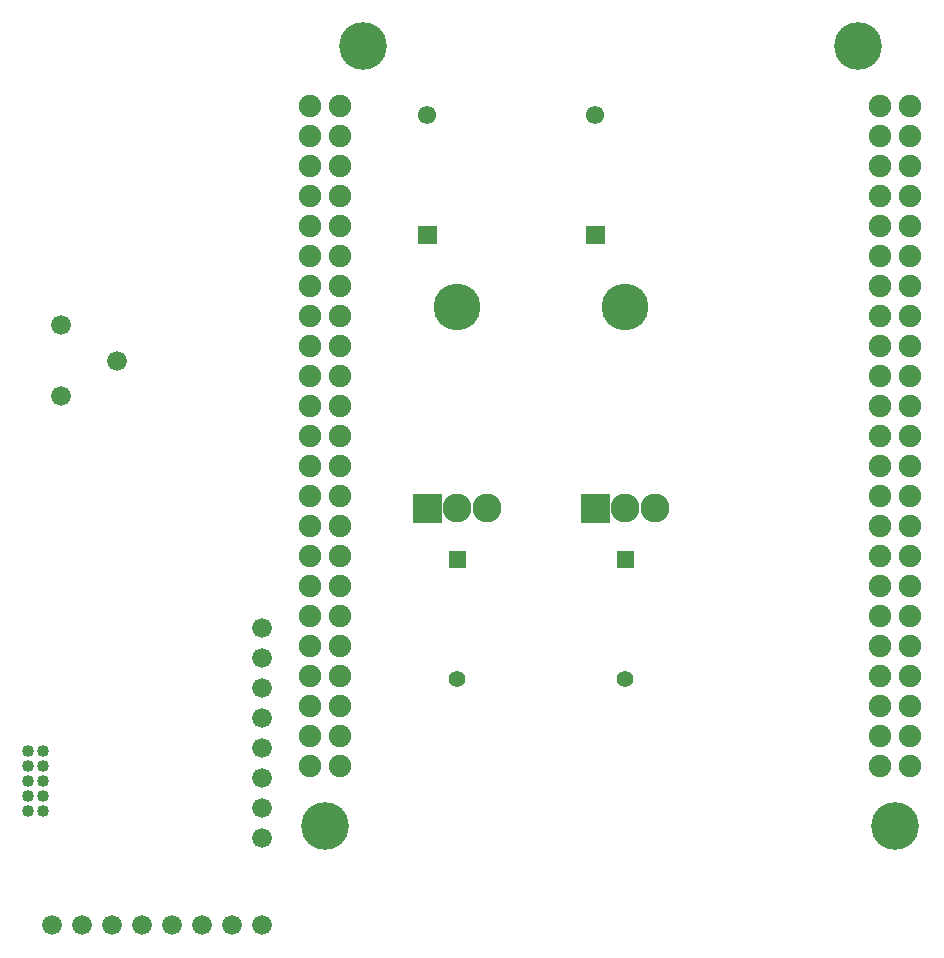
<source format=gbr>
G04 start of page 7 for group -4062 idx -4062 *
G04 Title: (unknown), soldermask *
G04 Creator: pcb 4.0.2 *
G04 CreationDate: Sun Aug  9 18:55:02 2020 UTC *
G04 For: kevin *
G04 Format: Gerber/RS-274X *
G04 PCB-Dimensions (mil): 3300.00 3550.00 *
G04 PCB-Coordinate-Origin: lower left *
%MOIN*%
%FSLAX25Y25*%
%LNBOTTOMMASK*%
%ADD66C,0.0400*%
%ADD65C,0.0960*%
%ADD64C,0.0660*%
%ADD63C,0.0560*%
%ADD62C,0.1590*%
%ADD61C,0.0750*%
%ADD60C,0.0610*%
%ADD59C,0.0001*%
%ADD58C,0.1560*%
G54D58*X218000Y231000D03*
X162000D03*
G54D59*G36*
X204950Y258050D02*Y251950D01*
X211050D01*
Y258050D01*
X204950D01*
G37*
G36*
X148950D02*Y251950D01*
X155050D01*
Y258050D01*
X148950D01*
G37*
G54D60*X152000Y295000D03*
G54D61*X123000Y298000D03*
X113000D03*
G54D62*X130500Y318000D03*
G54D61*X113000Y228000D03*
Y238000D03*
Y248000D03*
Y258000D03*
Y268000D03*
Y278000D03*
Y288000D03*
X123000Y228000D03*
Y238000D03*
Y248000D03*
Y258000D03*
Y268000D03*
Y278000D03*
Y288000D03*
G54D60*X208000Y295000D03*
G54D61*X303000Y298000D03*
X313000D03*
G54D62*X295500Y318000D03*
G54D61*X303000Y228000D03*
X313000D03*
X303000Y238000D03*
X313000D03*
X303000Y248000D03*
Y258000D03*
Y268000D03*
Y278000D03*
Y288000D03*
X313000D03*
Y278000D03*
Y268000D03*
Y258000D03*
Y248000D03*
X123000Y78000D03*
X313000D03*
X303000D03*
X313000Y88000D03*
G54D62*X308000Y58000D03*
G54D63*X162000Y107000D03*
G54D64*X97000Y54000D03*
Y64000D03*
Y74000D03*
Y84000D03*
Y94000D03*
Y104000D03*
Y114000D03*
Y124000D03*
G54D61*X113000Y78000D03*
Y88000D03*
X123000D03*
G54D62*X118000Y58000D03*
G54D61*X113000Y98000D03*
Y108000D03*
Y118000D03*
X123000Y98000D03*
G54D59*G36*
X147200Y168800D02*Y159200D01*
X156800D01*
Y168800D01*
X147200D01*
G37*
G54D65*X162000Y164000D03*
X172000D03*
G54D59*G36*
X159200Y149800D02*Y144200D01*
X164800D01*
Y149800D01*
X159200D01*
G37*
G54D61*X123000Y108000D03*
Y118000D03*
Y128000D03*
X113000D03*
Y138000D03*
Y148000D03*
X123000Y138000D03*
Y148000D03*
X313000Y158000D03*
Y148000D03*
Y138000D03*
Y128000D03*
Y118000D03*
Y98000D03*
Y108000D03*
G54D64*X67000Y25000D03*
X77000D03*
X57000D03*
X97000D03*
X87000D03*
X47000D03*
X37000D03*
X27000D03*
G54D66*X19000Y63000D03*
X24000D03*
X19000Y68000D03*
X24000D03*
X19000Y73000D03*
X24000D03*
X19000Y78000D03*
Y83000D03*
X24000D03*
Y78000D03*
G54D64*X48504Y213189D03*
X30000Y225000D03*
Y201378D03*
G54D59*G36*
X203200Y168800D02*Y159200D01*
X212800D01*
Y168800D01*
X203200D01*
G37*
G54D65*X218000Y164000D03*
X228000D03*
G54D59*G36*
X215200Y149800D02*Y144200D01*
X220800D01*
Y149800D01*
X215200D01*
G37*
G54D63*X218000Y107000D03*
G54D61*X113000Y158000D03*
X123000D03*
X113000Y168000D03*
X123000D03*
Y178000D03*
X113000D03*
Y188000D03*
Y198000D03*
Y208000D03*
Y218000D03*
X123000Y188000D03*
Y198000D03*
Y208000D03*
Y218000D03*
X303000Y88000D03*
Y98000D03*
Y108000D03*
Y118000D03*
Y128000D03*
Y138000D03*
Y148000D03*
Y158000D03*
Y168000D03*
Y178000D03*
Y188000D03*
Y198000D03*
Y208000D03*
Y218000D03*
X313000D03*
Y208000D03*
Y198000D03*
Y188000D03*
Y178000D03*
Y168000D03*
M02*

</source>
